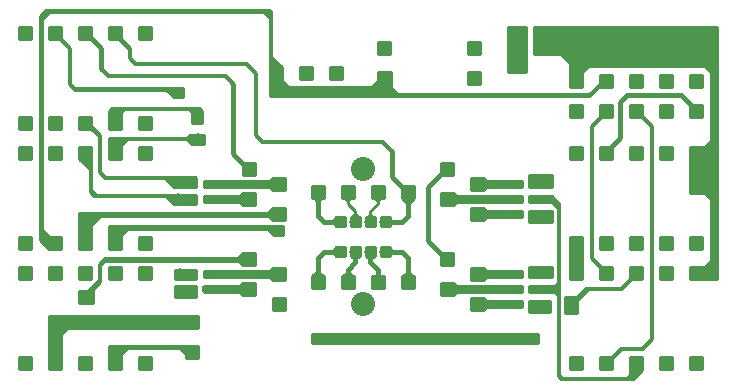
<source format=gtl>
*%FSLAX25Y25*%
*%MOIN*%
G01*
%ADD11C,0.00100*%
%ADD12C,0.00700*%
%ADD13C,0.00733*%
%ADD14C,0.01000*%
%ADD15C,0.01200*%
%ADD16C,0.01500*%
%ADD17C,0.02000*%
%ADD18C,0.03000*%
%ADD19C,0.04000*%
%ADD20C,0.04800*%
%ADD21C,0.05000*%
%ADD22C,0.05800*%
%ADD23C,0.07000*%
%ADD24C,0.08000*%
%ADD25C,0.08800*%
%ADD26C,0.12000*%
%ADD27R,0.00967X0.00967*%
%ADD28R,0.01000X0.01000*%
%ADD29R,0.01386X0.01386*%
%ADD30R,0.01500X0.01500*%
%ADD31R,0.02000X0.02000*%
%ADD32R,0.02000X0.02000*%
%ADD33R,0.02500X0.02500*%
%ADD34R,0.02500X0.02500*%
%ADD35R,0.03000X0.03000*%
%ADD36R,0.03000X0.03000*%
%ADD37R,0.03500X0.03500*%
%ADD38R,0.03500X0.03500*%
%ADD39R,0.03800X0.03800*%
%ADD40R,0.04000X0.04000*%
%ADD41R,0.04000X0.04000*%
%ADD42R,0.04500X0.04500*%
%ADD43R,0.05000X0.05000*%
%ADD44R,0.05000X0.06000*%
%ADD45R,0.05000X0.05000*%
%ADD46R,0.05800X0.06800*%
%ADD47R,0.06000X0.05000*%
%ADD48R,0.06000X0.06000*%
%ADD49R,0.06800X0.05800*%
%ADD50R,0.08500X0.08500*%
%ADD51R,0.09000X0.09000*%
%ADD52R,0.10000X0.10000*%
D14*
X916300Y770000D02*
Y770500D01*
X1079800Y824500D02*
X1081300D01*
X983800Y797500D02*
Y793500D01*
X986300Y791000D01*
Y787500D01*
X982800Y779000D02*
X979800D01*
X982800D02*
Y776000D01*
X979800D01*
X975800Y799500D02*
X971800D01*
X975800D02*
Y795500D01*
X971800D01*
Y799500D01*
X981800D02*
X985800D01*
Y795500D01*
X981800D01*
Y799500D01*
X991800D02*
X995800D01*
Y795500D01*
X991800D01*
Y799500D01*
X1001800D02*
X1005800D01*
Y795500D01*
X1001800D01*
Y799500D01*
X975800Y769500D02*
X971800D01*
X975800D02*
Y765500D01*
X971800D01*
Y769500D01*
X981800D02*
X985800D01*
Y765500D01*
X981800D01*
Y769500D01*
X991800D02*
X995800D01*
Y765500D01*
X991800D01*
Y769500D01*
X1057800Y782500D02*
X1061800D01*
X1067800Y772500D02*
X1071800D01*
Y768500D01*
X1067800D01*
Y772500D01*
X1087800D02*
X1091800D01*
Y768500D01*
X1087800D01*
Y772500D01*
X1097800Y782500D02*
X1101800D01*
Y778500D01*
X1097800D01*
Y782500D01*
Y772500D02*
X1101800D01*
Y768500D01*
X1097800D01*
Y772500D01*
X1061800Y742500D02*
X1057800D01*
X1061800D02*
Y738500D01*
X1057800D01*
Y742500D01*
X1067800D02*
X1071800D01*
Y738500D01*
X1067800D01*
Y742500D01*
X1077800D02*
X1081800D01*
X1077800D02*
Y738500D01*
X1087800Y742500D02*
X1091800D01*
Y738500D01*
X1087800D01*
Y742500D01*
X1097800D02*
X1101800D01*
Y738500D01*
X1097800D01*
Y742500D01*
X1061800Y812500D02*
X1057800D01*
X1061800D02*
Y808500D01*
X1057800D01*
Y812500D01*
X1097800D02*
X1101800D01*
Y808500D01*
X1097800D01*
Y812500D01*
X1101800Y822500D02*
Y826500D01*
Y822500D02*
X1097800D01*
X1091800Y826500D02*
X1087800D01*
X1091800D02*
Y822500D01*
X1087800D01*
Y826500D01*
X1081800D02*
X1077800D01*
X1081800D02*
Y822500D01*
X1077800D01*
Y826500D01*
X1071800D02*
X1067800D01*
X1071800D02*
Y822500D01*
X1067800D01*
Y826500D01*
X1061800D02*
X1057800D01*
X1061800D02*
Y822500D01*
X1057800D01*
Y826500D01*
Y836500D02*
X1061800D01*
Y832500D01*
X1057800D01*
Y836500D01*
X1067800D02*
X1071800D01*
Y832500D01*
X1067800D01*
Y836500D01*
X1077800D02*
X1081800D01*
Y832500D01*
X1077800D01*
Y836500D01*
X1087800D02*
X1091800D01*
Y832500D01*
X1087800D01*
Y836500D01*
X1097800D02*
X1101800D01*
Y832500D01*
X1097800D01*
Y836500D01*
X878300Y852500D02*
X874300D01*
X878300D02*
Y848500D01*
X874300D01*
Y852500D01*
X884300D02*
X888300D01*
Y848500D01*
X884300D01*
Y852500D01*
X894300D02*
X898300D01*
Y848500D01*
X894300D01*
Y852500D01*
X904300D02*
X908300D01*
Y848500D01*
X904300D01*
Y852500D01*
X914300D02*
X918300D01*
Y848500D01*
X914300D01*
Y852500D01*
X878300Y822500D02*
X874300D01*
X878300D02*
Y818500D01*
X874300D01*
Y822500D01*
X884300D02*
X888300D01*
Y818500D01*
X884300D01*
Y822500D01*
X904300D02*
X908300D01*
Y818500D01*
X904300D01*
Y822500D01*
X914300D02*
X918300D01*
Y818500D01*
X914300D01*
Y822500D01*
X878300Y782500D02*
X874300D01*
X878300D02*
Y778500D01*
X874300D01*
Y782500D01*
Y812500D02*
X878300D01*
Y808500D01*
X874300D01*
Y812500D01*
X884300D02*
X888300D01*
Y808500D01*
X884300D01*
Y812500D01*
Y782500D02*
X888300D01*
Y778500D01*
X884300D01*
Y782500D01*
X904300D02*
X908300D01*
Y778500D01*
X904300D01*
Y782500D01*
X914300D02*
X918300D01*
Y778500D01*
X914300D01*
Y782500D01*
X878300Y772500D02*
X874300D01*
X878300D02*
Y768500D01*
X874300D01*
Y772500D01*
X914300D02*
X918300D01*
Y768500D01*
X914300D01*
Y772500D01*
X908300Y812500D02*
X904300D01*
X908300D02*
Y808500D01*
X904300D01*
Y812500D01*
X914300D02*
X918300D01*
Y808500D01*
X914300D01*
Y812500D01*
Y742500D02*
X918300D01*
Y738500D01*
X914300D01*
Y742500D01*
X908300D02*
X904300D01*
X908300D02*
Y738500D01*
X904300D01*
Y742500D01*
X898300D02*
X894300D01*
X898300D02*
Y738500D01*
X894300D01*
Y742500D01*
X888300D02*
X884300D01*
X888300D02*
Y738500D01*
X884300D01*
Y742500D01*
X878300D02*
X874300D01*
X878300D02*
Y738500D01*
X874300D01*
Y742500D01*
X979800Y776000D02*
Y779000D01*
X984800D02*
X987800D01*
Y776000D01*
X984800D01*
Y779000D01*
X989800D02*
X992800D01*
Y776000D01*
X989800D01*
Y779000D01*
X994800Y789000D02*
X997800D01*
Y786000D01*
X994800D01*
Y789000D01*
X992800D02*
X989800D01*
X992800D02*
Y786000D01*
X989800D01*
Y789000D01*
X987800D02*
X984800D01*
X987800D02*
Y786000D01*
X984800D01*
Y789000D01*
X982800D02*
X979800D01*
X982800D02*
Y786000D01*
X979800D01*
Y789000D01*
X1024800Y802000D02*
X1028800D01*
Y798000D01*
X1024800D01*
Y802000D01*
X1018800Y797000D02*
X1014800D01*
X1018800D02*
Y793000D01*
X1014800D01*
Y797000D01*
Y767000D02*
X1018800D01*
Y763000D01*
X1014800D01*
Y767000D01*
X962800Y802000D02*
X958800D01*
X962800D02*
Y798000D01*
X958800D01*
Y802000D01*
X952800Y807000D02*
X948800D01*
X952800D02*
Y803000D01*
X948800D01*
Y807000D01*
Y797000D02*
X952800D01*
Y793000D01*
X948800D01*
Y797000D01*
X960800Y786000D02*
X904300D01*
Y782500D01*
X908300D02*
Y785500D01*
Y785000D02*
X960800D01*
X909300D02*
X908300Y784000D01*
Y783000D02*
X910300Y785000D01*
X958300D02*
X960300Y783000D01*
X962300D01*
Y786000D01*
X960300D01*
Y783000D02*
X959300D01*
X957300Y785000D01*
X1041800Y794000D02*
Y796000D01*
Y799000D02*
Y801000D01*
Y766000D02*
Y764000D01*
X1044300Y794000D02*
Y796000D01*
X1041800D02*
X1018800D01*
Y794000D02*
X1041800D01*
X1019800Y796000D02*
X1018800Y797000D01*
X1019800Y794000D02*
X1018800Y793000D01*
X1028800Y801000D02*
X1041800D01*
Y799000D02*
X1028800D01*
Y798000D02*
X1029800Y799000D01*
Y801000D02*
X1028800Y802000D01*
X1018800Y766000D02*
X1041800D01*
Y764000D02*
X1018800D01*
X1019800Y766000D02*
X1018800Y767000D01*
X1019800Y764000D02*
X1018800Y763000D01*
X1069800Y740500D02*
X1074800Y745500D01*
X1084800Y819500D02*
X1079800Y824500D01*
X1097800Y797000D02*
X1105300D01*
X1097800D02*
Y808500D01*
X997800Y776000D02*
X994800D01*
Y779000D01*
X997800D02*
Y776000D01*
X1057800Y772500D02*
Y768500D01*
X1061800D01*
X997800Y779000D02*
X994800D01*
X1057800Y778500D02*
Y772500D01*
Y778500D02*
Y782500D01*
X1061800Y772500D02*
Y768500D01*
Y772500D02*
X1057800D01*
X1061800D02*
Y778500D01*
X1057800D01*
X1061800D02*
Y782500D01*
X948800Y767000D02*
Y763000D01*
X952800D01*
Y767000D01*
X948800D01*
Y773000D02*
X947300Y774500D01*
X948800Y773000D02*
Y777000D01*
Y773000D02*
X952800D01*
Y777000D01*
X948800Y773500D02*
X947800Y774500D01*
X947300Y775500D02*
X948800Y777000D01*
Y776500D02*
X947800Y775500D01*
X948800Y777000D02*
X952800D01*
X958800Y772000D02*
Y768000D01*
X962800D01*
Y772000D01*
X958800D01*
Y788000D02*
X957300Y789500D01*
X957800D02*
X958800Y788500D01*
X957300Y790500D02*
X958800Y792000D01*
Y762000D02*
Y758000D01*
X962800D01*
Y762000D02*
X958800D01*
X962800D02*
Y758000D01*
X957800Y790500D02*
X958800Y791500D01*
X960800Y790000D02*
X959300Y788500D01*
X958800Y788000D02*
Y792000D01*
Y788000D02*
X962800D01*
Y792000D02*
X958800D01*
X962800D02*
Y788000D01*
X1024800D02*
Y792000D01*
Y788000D02*
X1028800D01*
Y792000D02*
X1024800D01*
X1028800D02*
Y788000D01*
X1029800Y789000D01*
X1028800D02*
X1041800D01*
X1029800Y791000D02*
X1028800Y792000D01*
Y791000D02*
X1041800D01*
Y789000D01*
X1024800Y762000D02*
Y758000D01*
X1028800D01*
Y762000D02*
X1024800D01*
X1028800D02*
Y758000D01*
X1029800Y759000D01*
X1028800D02*
X1041800D01*
X1029800Y761000D02*
X1028800Y762000D01*
Y761000D02*
X1041800D01*
Y759000D01*
X1024800Y768000D02*
Y772000D01*
Y768000D02*
X1028800D01*
Y772000D02*
X1024800D01*
X1028800D02*
Y768000D01*
X1029800Y769000D01*
X1028800D02*
X1041800D01*
X1029800Y771000D02*
X1028800Y772000D01*
Y771000D02*
X1041800D01*
Y769000D01*
X888300Y768500D02*
X884300D01*
Y772500D01*
X888300D02*
Y768500D01*
Y772500D02*
X884300D01*
X904300Y768500D02*
X908300D01*
X904300D02*
Y772500D01*
X908300D02*
Y768500D01*
Y772500D02*
X904300D01*
X1014800Y773000D02*
Y777000D01*
Y773000D02*
X1018800D01*
X1014800Y803000D02*
Y807000D01*
Y777000D02*
X1018800D01*
Y803000D02*
X1014800D01*
Y807000D02*
X1018800D01*
Y777000D02*
Y773000D01*
Y803000D02*
Y807000D01*
X1044300Y761000D02*
Y757500D01*
X1051300D01*
Y761000D02*
X1044300D01*
Y787500D02*
Y791000D01*
Y787500D02*
X1051800D01*
Y791000D02*
X1044300D01*
X1051300Y761000D02*
Y757500D01*
X1051800Y787500D02*
Y791000D01*
X1067800Y778500D02*
X1071800D01*
X1067800D02*
Y782500D01*
X1071800D02*
Y778500D01*
Y782500D02*
X1067800D01*
Y808500D02*
X1071800D01*
X1067800D02*
Y812500D01*
X1071800D02*
Y808500D01*
Y812500D02*
X1067800D01*
X898300Y778500D02*
X894300D01*
Y782500D01*
X898300Y787500D02*
X900300Y789500D01*
X899300D02*
X898300Y788500D01*
Y790000D02*
Y782500D01*
Y786500D02*
X901300Y789500D01*
X898300D02*
X958800D01*
X960800Y790000D02*
X898300D01*
X894300Y790500D02*
X960800D01*
X894300D02*
Y782500D01*
X898300D02*
Y778500D01*
Y782500D02*
X894300D01*
X1077800D02*
Y778500D01*
X1081800D01*
Y782500D02*
X1077800D01*
X1081800D02*
Y778500D01*
X1001800Y769500D02*
Y765500D01*
X1005800D01*
Y769500D01*
X1001800D01*
X1044300Y764000D02*
X1053800D01*
Y736000D01*
Y763000D02*
X1052800Y764000D01*
X1054300Y736500D02*
Y793500D01*
X1053800Y736000D02*
X1054800Y735000D01*
X1077300D01*
X1076800Y735500D02*
X1055300D01*
X1054300Y736500D01*
X1077300Y735000D02*
X1078300Y736000D01*
X1077800Y736500D02*
X1076800Y735500D01*
X1077300Y735000D02*
X1078800D01*
X1078300Y736000D02*
Y737500D01*
X1077800Y736500D02*
Y738500D01*
X1078300Y736500D02*
X1080300Y738500D01*
X1079300D02*
X1078300Y737500D01*
X1077800Y738500D02*
X1081800D01*
X1078300Y735000D01*
X1078800D02*
X1081800Y738000D01*
Y738500D01*
X1081300Y739000D02*
X1078300Y736000D01*
X1081800Y738500D02*
Y742500D01*
X1053800Y766000D02*
X1044300D01*
X1052800D02*
X1053800Y767000D01*
Y766000D02*
Y794000D01*
X1044300D01*
X1046800Y795000D02*
X1052741D01*
X1051800Y796000D02*
X1044300D01*
X1046800Y795500D02*
X1052197D01*
X1051800Y796000D02*
X1054300Y793500D01*
X1053800Y793000D02*
X1052800Y794000D01*
X1051800D02*
X1053800Y792000D01*
X1044300Y766000D02*
Y764000D01*
Y799000D02*
Y803000D01*
X1051800D01*
Y769000D02*
X1044300D01*
Y772500D01*
X1051800D01*
Y769000D01*
Y799000D02*
Y803000D01*
Y799000D02*
X1044300D01*
X894300Y818500D02*
Y822500D01*
Y818500D02*
X898300D01*
Y822500D02*
X894300D01*
X898300D02*
Y818500D01*
X1087800Y778500D02*
X1091800D01*
X1087800D02*
Y782500D01*
X1091800D02*
Y778500D01*
Y782500D02*
X1087800D01*
Y808500D02*
Y812500D01*
Y808500D02*
X1091800D01*
Y812500D01*
X1087800D01*
X933300Y796500D02*
Y793500D01*
X898300Y808500D02*
X894300D01*
Y812500D01*
X898300D02*
Y808500D01*
Y812500D02*
X894300D01*
X1077800D02*
Y808500D01*
X1081800D01*
Y812500D02*
X1077800D01*
X1081800D02*
Y808500D01*
X1077800Y772500D02*
Y768500D01*
X1081800D01*
Y772500D01*
X1077800D01*
X1097800Y826500D02*
X1101800D01*
X1097800D02*
Y822500D01*
X931800Y756000D02*
X884300D01*
X931800D02*
X933800D01*
Y752000D01*
X888300D01*
Y742500D01*
X884300D02*
Y756000D01*
X888300Y751000D02*
X889300Y752000D01*
X890300D02*
X888300Y750000D01*
X931800Y746000D02*
X933800D01*
Y742000D01*
X929800D01*
Y745500D01*
X931800Y746000D02*
X904300D01*
X908300Y745500D02*
X929300D01*
X904300Y746000D02*
Y742500D01*
X908300D02*
Y745500D01*
Y744500D02*
X909300Y745500D01*
X910300D02*
X908300Y743500D01*
X928800Y745500D02*
X929800Y744500D01*
Y743500D02*
X927800Y745500D01*
X947800Y775500D02*
X902800D01*
X900800Y773500D01*
X902800Y774500D02*
X947800D01*
X902800D02*
X901300Y773000D01*
Y767500D01*
X897300Y763500D01*
X900800Y768000D02*
Y773500D01*
Y768000D02*
X897300Y764500D01*
X894300D01*
Y760500D01*
X898800D01*
Y765000D01*
X971800Y750000D02*
X1047300D01*
Y747000D01*
X971800D01*
Y750000D01*
X958800Y771000D02*
X935800D01*
Y769000D02*
X958800D01*
X948800Y766000D02*
X935800D01*
Y764000D02*
X948800D01*
X947800D02*
X948800Y763000D01*
X947800Y766000D02*
X948800Y767000D01*
X935800Y766000D02*
Y764000D01*
Y769000D02*
Y771000D01*
X957800D02*
X958800Y772000D01*
X957800Y769000D02*
X958800Y768000D01*
Y801000D02*
X935800D01*
Y799000D02*
X958800D01*
X935800D02*
Y801000D01*
X957800D02*
X958800Y802000D01*
X957800Y799000D02*
X958800Y798000D01*
X948800Y796000D02*
X935800D01*
Y794000D02*
X948800D01*
X935800D02*
Y796000D01*
X947800D02*
X948800Y797000D01*
X947800Y794000D02*
X948800Y793000D01*
X933300Y796500D02*
X925800D01*
Y793500D01*
X933300D01*
Y799000D02*
X925800D01*
X933300D02*
Y802000D01*
X925800D01*
Y799000D01*
Y802000D02*
X902800D01*
X900800Y804000D01*
Y816000D01*
X898300Y818500D01*
Y819500D02*
X901300Y816500D01*
Y804000D01*
X902800Y802500D01*
X932800D01*
X933300Y802000D01*
X925800Y801000D02*
X924800Y802000D01*
X923800D02*
X925800Y800000D01*
Y799000D02*
X922800Y802000D01*
X925800Y796500D02*
X899800D01*
X898300Y798000D01*
Y808500D01*
X899300Y796000D02*
X925300D01*
X899300D02*
X897800Y797500D01*
Y808500D01*
X896800D02*
X897800Y807500D01*
Y806500D02*
X895800Y808500D01*
X897800Y805500D02*
Y805000D01*
Y805500D02*
X894800Y808500D01*
X894300D02*
X897800Y805000D01*
X924800Y796000D02*
X925800Y795000D01*
Y794000D02*
X923800Y796000D01*
X923300D02*
X925800Y793500D01*
X926300Y771500D02*
X933300D01*
X926300D02*
Y768500D01*
X933300D02*
Y771500D01*
Y768500D02*
X926300D01*
Y766000D02*
X933300D01*
X926300D02*
Y762500D01*
X933300D01*
Y766000D01*
X908300Y822500D02*
Y824000D01*
X909300Y825000D01*
X904300Y824500D02*
Y822500D01*
Y824500D02*
X905300Y825500D01*
X934300D01*
X935300Y824500D01*
Y820500D01*
X931800D01*
X930800Y825000D02*
X909300D01*
X930800D02*
X931800Y824000D01*
Y820500D01*
X908800Y824500D02*
X904300D01*
X931800Y824000D02*
X935300D01*
X934800Y825000D02*
X931300D01*
X904300Y815500D02*
Y812500D01*
X908300D02*
Y815000D01*
Y814000D02*
X909300Y815000D01*
X910300D02*
X908300Y813000D01*
Y815000D02*
X930300D01*
X931800Y813500D01*
X935800D01*
X930300Y815500D02*
X904300D01*
X930300D02*
X931300Y816500D01*
X935800D01*
Y813500D01*
Y815000D02*
X930300D01*
X932300Y813500D02*
Y816500D01*
X931300D02*
Y815000D01*
X932300Y814000D01*
X883300Y858000D02*
X881300Y856000D01*
X957300Y858000D02*
X958300Y857000D01*
X1084800Y819500D02*
Y748500D01*
X1081800Y745500D01*
X1074800D01*
X1069800Y834500D02*
X1069300D01*
X1064300Y829500D01*
X884300Y782500D02*
X881300Y785500D01*
Y781500D01*
X884300Y778500D01*
X891300Y845500D02*
X886300Y850500D01*
X891300Y845500D02*
Y833500D01*
X892800Y832000D01*
X928800D01*
Y829000D01*
X925800D01*
Y832000D01*
Y831500D02*
X892800D01*
X890800Y833500D01*
Y845500D01*
X886300Y850000D01*
X924800Y831500D02*
X925800Y830500D01*
Y829500D02*
X923800Y831500D01*
X923300D02*
X925800Y829000D01*
X945800Y810000D02*
X950800Y805000D01*
X896800Y850500D02*
X896300D01*
X896800D02*
X901800Y845500D01*
Y838500D01*
X903800Y836500D01*
X942800D01*
X945800Y833500D01*
Y810000D01*
X950300Y805000D02*
X950800D01*
X950300D02*
X945300Y810000D01*
Y833500D01*
X942800Y836000D01*
X903800D01*
X901300Y838500D01*
Y845500D01*
X896300Y850500D01*
X998800Y802500D02*
X1003800Y797500D01*
X998800Y802500D02*
Y811000D01*
X995300Y814500D01*
X955300D01*
X953300Y816500D01*
X911300Y845500D02*
X906300Y850500D01*
X911300Y845500D02*
Y842000D01*
X912800Y840500D01*
X949800D01*
X953300Y837000D01*
Y816500D01*
X906300Y849500D02*
Y850500D01*
Y849500D02*
X910800Y845000D01*
Y842000D01*
X912800Y840000D01*
X949800D01*
X952800Y837000D01*
Y816500D01*
X955300Y814000D01*
X995300D01*
X998300Y811000D01*
Y802500D01*
X1003300Y797500D01*
X1003800D01*
X1010800Y799000D02*
X1016800Y805000D01*
X1010800Y799000D02*
Y781000D01*
X1016800Y775000D01*
Y805000D02*
X1016300D01*
X1010300Y799000D01*
Y781000D01*
X1016800Y774500D01*
X1074800Y765500D02*
X1079800Y770500D01*
X1056300Y762500D02*
Y759500D01*
Y757000D01*
X1060300D01*
Y762500D02*
X1056300D01*
X1060300D02*
Y757000D01*
X1063300Y765500D02*
X1074800D01*
X1063300D02*
X1058300Y760500D01*
X1079800Y769500D02*
Y770500D01*
Y770000D01*
X1074800Y765000D01*
X1063800D01*
X1058800Y760000D01*
X1069800Y770500D02*
X1064800Y775500D01*
Y819500D01*
X1069800Y824500D01*
Y824000D01*
X1065300Y819500D01*
Y775500D01*
X1069800Y771000D01*
Y770500D01*
Y810500D02*
X1074800Y815500D01*
Y827500D01*
X1076800Y829500D01*
X1094800D01*
X1099800Y824500D01*
X1069800Y811000D02*
Y810500D01*
Y811000D02*
X1074300Y815500D01*
Y827500D01*
X1076800Y830000D01*
X1094800D01*
X1099800Y825000D01*
X1080300Y824500D02*
X1079800D01*
X1080300D02*
X1085300Y819500D01*
Y748500D01*
X1081800Y745000D01*
X1074800D01*
X1070300Y740500D01*
X1101800Y768500D02*
X1106800D01*
X1104800Y772500D02*
X1101800D01*
X1104800D02*
Y797000D01*
X1103800D02*
X1104800Y796000D01*
Y795000D02*
X1102800Y797000D01*
X1104800Y773500D02*
X1103800Y772500D01*
X1102800D02*
X1104800Y774500D01*
Y812500D02*
X1101800D01*
X1104800D02*
Y839500D01*
X1061800D01*
Y836500D01*
Y838500D02*
X1062800Y839500D01*
X1063800D02*
X1061800Y837500D01*
X1103800Y839500D02*
X1104800Y838500D01*
Y837500D02*
X1102800Y839500D01*
X1104800Y813500D02*
X1103800Y812500D01*
X1102800D02*
X1104800Y814500D01*
X1106800Y852500D02*
Y768500D01*
Y852500D02*
X1057800D01*
Y832500D01*
X1045800Y848000D02*
Y852500D01*
X1057800D01*
X1045800Y848000D02*
Y843500D01*
X1057800D01*
X1056800D02*
X1057800Y842500D01*
Y841500D02*
X1055800Y843500D01*
X1054800D02*
X1057800Y840500D01*
X1043300Y837500D02*
Y848000D01*
Y837500D02*
X1037300D01*
Y852500D01*
X1043300D01*
Y848000D01*
X971800Y837000D02*
Y835000D01*
X967800D01*
Y839000D01*
X971800D01*
Y835000D01*
X977800Y837000D02*
Y839000D01*
X981800D01*
Y835000D01*
X977800D01*
Y837000D01*
X898300Y770500D02*
X896300D01*
X898300D02*
Y772500D01*
X894300D01*
Y768500D01*
X898300D01*
Y772500D01*
X881800Y781000D02*
Y856000D01*
X883300Y857500D01*
X881300Y856000D02*
Y785500D01*
X883300Y857500D02*
X958300D01*
X957800Y856500D02*
X956800Y857500D01*
X957800Y829500D02*
X998300D01*
Y837500D01*
X993800D01*
Y832500D01*
X961800D01*
X992800D02*
X993800Y833500D01*
Y834500D02*
X991800Y832500D01*
X957800Y829500D02*
Y858000D01*
X883300D01*
X957800D02*
X958300Y857500D01*
Y839000D01*
X961800D02*
Y832500D01*
Y839000D02*
X958300D01*
Y840000D02*
X959300Y839000D01*
X960300D02*
X958300Y841000D01*
X961800Y833500D02*
X962800Y832500D01*
X963800D02*
X961800Y834500D01*
X998300Y829500D02*
X1064300D01*
X1068800Y834500D02*
X1069800D01*
X1068800D02*
X1064300Y830000D01*
X998300D01*
Y831000D02*
X999300Y830000D01*
X1000300D02*
X998300Y832000D01*
X961300Y839000D02*
X958300Y842000D01*
Y842500D02*
X961800Y839000D01*
X957800Y855500D02*
X955800Y857500D01*
X884300D02*
X881800Y855000D01*
X1002800Y795500D02*
X1003800Y794500D01*
X1004800Y795500D01*
X1003800Y793500D02*
X1001800Y795500D01*
X1003800Y793500D02*
X1005800Y795500D01*
X993800Y793500D02*
Y797500D01*
Y793500D02*
X991300Y791000D01*
Y787500D01*
X993800Y845500D02*
Y847500D01*
X997800D01*
Y843500D01*
X993800D01*
Y846000D01*
X1023800Y845500D02*
Y847500D01*
X1027800D01*
Y843500D01*
X1023800D01*
Y845500D01*
X1025800Y837500D02*
X1027800D01*
Y833500D01*
X1023800D01*
Y837500D01*
X1025800D01*
X882611Y784189D02*
Y780811D01*
X883326Y779526D02*
Y783474D01*
X883800Y783000D02*
Y779000D01*
X992300Y795500D02*
X992688Y795449D01*
X993050Y795299D01*
X993361Y795061D01*
X993599Y794750D01*
X993749Y794388D01*
X993800Y794000D01*
X993851Y794388D01*
X994001Y794750D01*
X994239Y795061D01*
X994550Y795299D01*
X994912Y795449D01*
X995300Y795500D01*
X991300Y790500D02*
X991249Y790112D01*
X991099Y789750D01*
X990861Y789439D01*
X990550Y789201D01*
X990188Y789051D01*
X989800Y789000D01*
X991300Y790500D02*
X991351Y790112D01*
X991501Y789750D01*
X991739Y789439D01*
X992050Y789201D01*
X992412Y789051D01*
X992800Y789000D01*
X983800Y794000D02*
X983730Y794300D01*
X983609Y794584D01*
X983441Y794842D01*
X983230Y795066D01*
X982983Y795251D01*
X982708Y795390D01*
X982414Y795480D01*
X982108Y795517D01*
X981800Y795500D01*
X983800Y794000D02*
X983870Y794300D01*
X983991Y794584D01*
X984159Y794842D01*
X984370Y795066D01*
X984617Y795251D01*
X984892Y795390D01*
X985186Y795480D01*
X985492Y795517D01*
X985800Y795500D01*
X986300Y791000D02*
X986317Y790692D01*
X986280Y790386D01*
X986191Y790092D01*
X986051Y789817D01*
X985866Y789570D01*
X985642Y789360D01*
X985383Y789191D01*
X985100Y789070D01*
X984800Y789000D01*
X986300Y791000D02*
X986283Y790692D01*
X986320Y790386D01*
X986409Y790092D01*
X986549Y789817D01*
X986734Y789570D01*
X986958Y789360D01*
X987217Y789191D01*
X987500Y789070D01*
X987800Y789000D01*
X979800D02*
X979730Y788700D01*
X979609Y788416D01*
X979441Y788158D01*
X979230Y787934D01*
X978983Y787749D01*
X978708Y787610D01*
X978414Y787520D01*
X978108Y787483D01*
X977800Y787500D01*
X978108Y787517D01*
X978414Y787480D01*
X978708Y787390D01*
X978983Y787251D01*
X979230Y787066D01*
X979441Y786842D01*
X979609Y786584D01*
X979730Y786300D01*
X979800Y786000D01*
X973800Y793500D02*
X973770Y793847D01*
X973679Y794184D01*
X973532Y794500D01*
X973332Y794786D01*
X973086Y795032D01*
X972800Y795232D01*
X972484Y795379D01*
X972147Y795470D01*
X971800Y795500D01*
X973800Y793500D02*
X973830Y793847D01*
X973921Y794184D01*
X974068Y794500D01*
X974268Y794786D01*
X974514Y795032D01*
X974800Y795232D01*
X975116Y795379D01*
X975453Y795470D01*
X975800Y795500D01*
X979800Y779000D02*
X979730Y778700D01*
X979609Y778416D01*
X979441Y778158D01*
X979230Y777934D01*
X978983Y777749D01*
X978708Y777610D01*
X978414Y777520D01*
X978108Y777483D01*
X977800Y777500D01*
X978108Y777517D01*
X978414Y777480D01*
X978708Y777390D01*
X978983Y777251D01*
X979230Y777066D01*
X979441Y776842D01*
X979609Y776584D01*
X979730Y776300D01*
X979800Y776000D01*
X973800Y772000D02*
X973813Y771704D01*
X973788Y771409D01*
X973724Y771120D01*
X973624Y770842D01*
X973487Y770579D01*
X973318Y770336D01*
X973118Y770117D01*
X972892Y769926D01*
X972642Y769767D01*
X972374Y769641D01*
X972092Y769552D01*
X971800Y769500D01*
X973800Y772000D02*
X973787Y771704D01*
X973812Y771409D01*
X973876Y771120D01*
X973976Y770842D01*
X974113Y770579D01*
X974282Y770336D01*
X974482Y770117D01*
X974708Y769926D01*
X974958Y769767D01*
X975226Y769641D01*
X975508Y769552D01*
X975800Y769500D01*
X981800Y769500D02*
X982147Y769530D01*
X982484Y769621D01*
X982800Y769768D01*
X983086Y769968D01*
X983332Y770214D01*
X983532Y770500D01*
X983679Y770816D01*
X983770Y771153D01*
X983800Y771500D01*
X983830Y771153D01*
X983921Y770816D01*
X984068Y770500D01*
X984268Y770214D01*
X984514Y769968D01*
X984800Y769768D01*
X985116Y769621D01*
X985453Y769530D01*
X985800Y769500D01*
X986300Y774000D02*
X986317Y774308D01*
X986280Y774614D01*
X986191Y774908D01*
X986051Y775183D01*
X985866Y775430D01*
X985642Y775640D01*
X985383Y775809D01*
X985100Y775930D01*
X984800Y776000D01*
X986300Y774000D02*
X986283Y774308D01*
X986320Y774614D01*
X986409Y774908D01*
X986549Y775183D01*
X986734Y775430D01*
X986958Y775640D01*
X987217Y775809D01*
X987500Y775930D01*
X987800Y776000D01*
X989800D02*
X990100Y775930D01*
X990383Y775809D01*
X990642Y775640D01*
X990866Y775430D01*
X991051Y775183D01*
X991191Y774908D01*
X991280Y774614D01*
X991317Y774308D01*
X991300Y774000D01*
X991283Y774308D01*
X991320Y774614D01*
X991409Y774908D01*
X991549Y775183D01*
X991734Y775430D01*
X991958Y775640D01*
X992217Y775809D01*
X992500Y775930D01*
X992800Y776000D01*
X997800Y779000D02*
X997870Y778700D01*
X997991Y778416D01*
X998159Y778158D01*
X998370Y777934D01*
X998617Y777749D01*
X998892Y777610D01*
X999186Y777520D01*
X999492Y777483D01*
X999800Y777500D01*
X999492Y777517D01*
X999186Y777480D01*
X998892Y777390D01*
X998617Y777251D01*
X998370Y777066D01*
X998159Y776842D01*
X997991Y776584D01*
X997870Y776300D01*
X997800Y776000D01*
X1003800Y771500D02*
X1003770Y771153D01*
X1003679Y770816D01*
X1003532Y770500D01*
X1003332Y770214D01*
X1003086Y769968D01*
X1002800Y769768D01*
X1002484Y769621D01*
X1002147Y769530D01*
X1001800Y769500D01*
X1003800Y771500D02*
X1003830Y771153D01*
X1003921Y770816D01*
X1004068Y770500D01*
X1004268Y770214D01*
X1004514Y769968D01*
X1004800Y769768D01*
X1005116Y769621D01*
X1005453Y769530D01*
X1005800Y769500D01*
D16*
X993800Y767500D02*
Y771500D01*
X991300Y774000D01*
Y777500D01*
X983800Y771500D02*
Y767500D01*
Y771500D02*
X986300Y774000D01*
Y777500D01*
X996300Y787500D02*
X1001800D01*
X1003800Y789500D01*
Y797500D01*
X981300Y777500D02*
X975800D01*
X973800Y775500D01*
Y767500D01*
X975800Y787500D02*
X981300D01*
X975800D02*
X973800Y789500D01*
Y797500D01*
X1003800Y775500D02*
Y767500D01*
Y775500D02*
X1001800Y777500D01*
X996300D01*
D19*
X927300Y830500D02*
D03*
X960800Y784500D02*
D03*
X927300Y800500D02*
D03*
X973800Y748500D02*
D03*
X1045800D02*
D03*
X1049800Y759500D02*
D03*
X1049300Y770500D02*
D03*
Y800500D02*
D03*
Y789500D02*
D03*
X927800Y770000D02*
D03*
X927300Y795000D02*
D03*
X927800Y764000D02*
D03*
X896300Y762500D02*
D03*
X933800Y815000D02*
D03*
Y822000D02*
D03*
X1041300Y839500D02*
D03*
X1057800Y759500D02*
D03*
X991300Y777500D02*
D03*
X986300D02*
D03*
X981300D02*
D03*
X996300Y787500D02*
D03*
X991300D02*
D03*
X986300D02*
D03*
X981300D02*
D03*
X996300Y777500D02*
D03*
D21*
X973800Y767500D02*
D03*
X983800Y797500D02*
D03*
Y767500D02*
D03*
X993800D02*
D03*
X1003800Y797500D02*
D03*
X973800D02*
D03*
X1003800Y767500D02*
D03*
X993800Y797500D02*
D03*
X960800Y800000D02*
D03*
X916300Y820500D02*
D03*
Y850500D02*
D03*
X906300D02*
D03*
Y820500D02*
D03*
X886300D02*
D03*
Y850500D02*
D03*
X896300D02*
D03*
X876300D02*
D03*
Y820500D02*
D03*
X979800Y837000D02*
D03*
X959800D02*
D03*
X969800D02*
D03*
X1059800Y780500D02*
D03*
Y810500D02*
D03*
X1099800Y780500D02*
D03*
Y810500D02*
D03*
X876300Y780500D02*
D03*
Y810500D02*
D03*
X916300Y780500D02*
D03*
X906300D02*
D03*
X886300D02*
D03*
Y810500D02*
D03*
X906300D02*
D03*
X916300D02*
D03*
X876300Y770500D02*
D03*
Y740500D02*
D03*
X1016800Y765000D02*
D03*
Y795000D02*
D03*
X1026800Y800000D02*
D03*
X950800Y805000D02*
D03*
Y795000D02*
D03*
Y765000D02*
D03*
X896300Y770500D02*
D03*
X950800Y775000D02*
D03*
X960800Y770000D02*
D03*
Y760000D02*
D03*
Y790000D02*
D03*
X1026800D02*
D03*
Y760000D02*
D03*
Y770000D02*
D03*
X886300Y770500D02*
D03*
X906300D02*
D03*
X1016800Y775000D02*
D03*
Y805000D02*
D03*
X1069800Y780500D02*
D03*
Y810500D02*
D03*
X896300Y780500D02*
D03*
X1079800D02*
D03*
X916300Y740500D02*
D03*
Y770500D02*
D03*
X896300Y820500D02*
D03*
X1089800Y780500D02*
D03*
Y810500D02*
D03*
X896300Y740500D02*
D03*
Y810500D02*
D03*
X886300Y740500D02*
D03*
X906300D02*
D03*
X1079800Y810500D02*
D03*
X1059800Y834500D02*
D03*
X1069800D02*
D03*
X1059800Y824500D02*
D03*
X1099800Y834500D02*
D03*
X1089800D02*
D03*
X1079800D02*
D03*
X1099800Y824500D02*
D03*
X1089800D02*
D03*
X1079800D02*
D03*
X1069800D02*
D03*
X931800Y754000D02*
D03*
Y744000D02*
D03*
X1059800Y770500D02*
D03*
X1079800D02*
D03*
X1059800Y740500D02*
D03*
X1099800D02*
D03*
Y770500D02*
D03*
X1089800Y740500D02*
D03*
X1079800D02*
D03*
X1069800D02*
D03*
Y770500D02*
D03*
X1089800D02*
D03*
X1025800Y845500D02*
D03*
X995800Y835500D02*
D03*
Y845500D02*
D03*
X1025800Y835500D02*
D03*
D24*
X988800Y760000D02*
D03*
Y805000D02*
D03*
D28*
X950800Y775000D02*
X903300D01*
D31*
X1019300Y765000D02*
X1040800D01*
Y795000D02*
X1018300D01*
X1027300Y800000D02*
X1040800D01*
Y790000D02*
X1027800D01*
X1029300Y760000D02*
X1040800D01*
X951800Y765000D02*
X936300D01*
X936800Y770000D02*
X961800D01*
Y800000D02*
X936800D01*
Y795000D02*
X951800D01*
X1105800Y769500D02*
Y838500D01*
D32*
X1040800Y770000D02*
X1029800D01*
X907300Y823500D02*
X905300D01*
D33*
X1045550Y764750D02*
X1053050D01*
D35*
X1040300Y800000D02*
D03*
X937300Y795000D02*
D03*
X1040300Y765000D02*
D03*
X937300Y800000D02*
D03*
X1045800Y795000D02*
D03*
X1040300D02*
D03*
X931800Y800000D02*
D03*
X1045800Y765000D02*
D03*
Y770000D02*
D03*
Y800000D02*
D03*
X931800Y770000D02*
D03*
X937300Y765000D02*
D03*
Y770000D02*
D03*
X931800Y765000D02*
D03*
Y795000D02*
D03*
X1040300Y790000D02*
D03*
Y760000D02*
D03*
Y770000D02*
D03*
X1045800Y790000D02*
D03*
Y760000D02*
D03*
X981300Y777500D02*
D03*
X986300D02*
D03*
X991300D02*
D03*
X996300Y787500D02*
D03*
X991300D02*
D03*
X986300D02*
D03*
X981300D02*
D03*
X996300Y777500D02*
D03*
D36*
X973300Y748500D02*
X1045800D01*
X931800Y795000D02*
X927300D01*
Y800500D02*
X931800D01*
Y770000D02*
X927800D01*
X959300Y831000D02*
X996800D01*
D38*
X1046050Y759250D02*
X1049550D01*
X1050050Y789250D02*
X1046050D01*
Y770750D02*
X1050050D01*
X931550Y764250D02*
X928050D01*
X933550Y822250D02*
D03*
X979550Y836750D02*
X980050D01*
D40*
X906300Y784000D02*
Y780500D01*
D41*
X973800Y797500D02*
D03*
X983800D02*
D03*
X993800D02*
D03*
X1003800D02*
D03*
X973800Y767500D02*
D03*
X983800D02*
D03*
X993800D02*
D03*
X1059800Y780500D02*
D03*
Y770500D02*
D03*
X1069800D02*
D03*
X1089800D02*
D03*
X1099800Y780500D02*
D03*
Y770500D02*
D03*
X1059800Y740500D02*
D03*
X1069800D02*
D03*
X1089800D02*
D03*
X1099800D02*
D03*
X1059800Y810500D02*
D03*
X1099800D02*
D03*
X1089800Y824500D02*
D03*
X1079800D02*
D03*
X1069800D02*
D03*
X1059800D02*
D03*
Y834500D02*
D03*
X1069800D02*
D03*
X1079800D02*
D03*
X1089800D02*
D03*
X1099800D02*
D03*
X876300Y850500D02*
D03*
X886300D02*
D03*
X896300D02*
D03*
X906300D02*
D03*
X916300D02*
D03*
X876300Y820500D02*
D03*
X886300D02*
D03*
X906300D02*
D03*
X916300D02*
D03*
X876300Y780500D02*
D03*
Y810500D02*
D03*
X886300D02*
D03*
Y780500D02*
D03*
X906300D02*
D03*
X916300D02*
D03*
X876300Y770500D02*
D03*
X916300D02*
D03*
X906300Y810500D02*
D03*
X916300D02*
D03*
Y740500D02*
D03*
X906300D02*
D03*
X896300D02*
D03*
X886300D02*
D03*
X876300D02*
D03*
X1026800Y800000D02*
D03*
X1016800Y795000D02*
D03*
Y765000D02*
D03*
X960800Y800000D02*
D03*
X950800Y805000D02*
D03*
Y795000D02*
D03*
X1059800Y780500D02*
Y770500D01*
X950800Y765000D02*
D03*
Y775000D02*
D03*
X960800Y770000D02*
D03*
Y760000D02*
D03*
Y790000D02*
D03*
X1026800D02*
D03*
Y760000D02*
D03*
Y770000D02*
D03*
X886300Y770500D02*
D03*
X906300D02*
D03*
X1016800Y775000D02*
D03*
Y805000D02*
D03*
X1069800Y780500D02*
D03*
Y810500D02*
D03*
X896300Y780500D02*
D03*
Y788500D01*
X1079800Y780500D02*
D03*
X1003800Y767500D02*
D03*
X1079800Y740500D02*
D03*
X1049800Y801000D02*
X1046300D01*
X896300Y820500D02*
D03*
X1089800Y780500D02*
D03*
Y810500D02*
D03*
X896300D02*
D03*
X1079800D02*
D03*
Y770500D02*
D03*
X1099800Y824500D02*
D03*
X906300Y744000D02*
Y740500D01*
X886300D02*
Y754000D01*
X931800D01*
X896800Y762500D02*
X896300D01*
X906300Y810500D02*
Y813500D01*
X1058300Y760500D02*
Y759000D01*
X1099800Y770500D02*
X1104800D01*
X1059800Y834500D02*
Y850500D01*
X969800Y837000D02*
D03*
X896300Y770500D02*
D03*
X959800Y831500D02*
Y837000D01*
X995800Y845500D02*
D03*
X1025800D02*
D03*
Y835500D02*
D03*
D42*
X996050Y835250D02*
Y831750D01*
D47*
X1048800Y845500D02*
D03*
X1040300D02*
D03*
D48*
Y849500D02*
Y840500D01*
D50*
X1050050Y848250D02*
X1053550D01*
D51*
X1102300Y808000D02*
Y801500D01*
X1055300Y848000D02*
X1050300D01*
D52*
X1062800Y844000D02*
X1101800D01*
Y847500D01*
X1062800D01*
Y844000D01*
D02*
M02*

</source>
